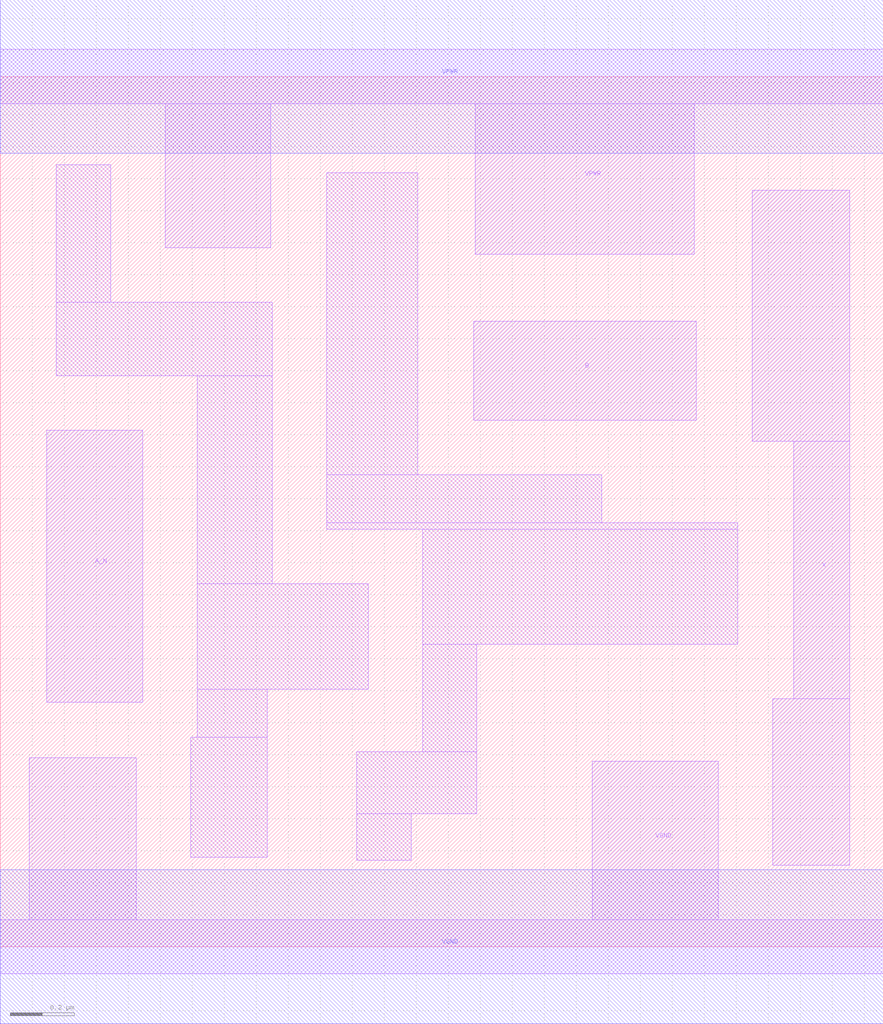
<source format=lef>
# Copyright 2020 The SkyWater PDK Authors
#
# Licensed under the Apache License, Version 2.0 (the "License");
# you may not use this file except in compliance with the License.
# You may obtain a copy of the License at
#
#     https://www.apache.org/licenses/LICENSE-2.0
#
# Unless required by applicable law or agreed to in writing, software
# distributed under the License is distributed on an "AS IS" BASIS,
# WITHOUT WARRANTIES OR CONDITIONS OF ANY KIND, either express or implied.
# See the License for the specific language governing permissions and
# limitations under the License.
#
# SPDX-License-Identifier: Apache-2.0

VERSION 5.5 ;
NAMESCASESENSITIVE ON ;
BUSBITCHARS "[]" ;
DIVIDERCHAR "/" ;
MACRO sky130_fd_sc_hd__and2b_1
  CLASS CORE ;
  SOURCE USER ;
  ORIGIN  0.000000  0.000000 ;
  SIZE  2.760000 BY  2.720000 ;
  SYMMETRY X Y R90 ;
  SITE unithd ;
  PIN A_N
    ANTENNAGATEAREA  0.126000 ;
    DIRECTION INPUT ;
    USE SIGNAL ;
    PORT
      LAYER li1 ;
        RECT 0.145000 0.765000 0.445000 1.615000 ;
    END
  END A_N
  PIN B
    ANTENNAGATEAREA  0.126000 ;
    DIRECTION INPUT ;
    USE SIGNAL ;
    PORT
      LAYER li1 ;
        RECT 1.480000 1.645000 2.175000 1.955000 ;
    END
  END B
  PIN X
    ANTENNADIFFAREA  0.429000 ;
    DIRECTION OUTPUT ;
    USE SIGNAL ;
    PORT
      LAYER li1 ;
        RECT 2.350000 1.580000 2.655000 2.365000 ;
        RECT 2.415000 0.255000 2.655000 0.775000 ;
        RECT 2.480000 0.775000 2.655000 1.580000 ;
    END
  END X
  PIN VGND
    DIRECTION INOUT ;
    SHAPE ABUTMENT ;
    USE GROUND ;
    PORT
      LAYER li1 ;
        RECT 0.000000 -0.085000 2.760000 0.085000 ;
        RECT 0.090000  0.085000 0.425000 0.590000 ;
        RECT 1.850000  0.085000 2.245000 0.580000 ;
    END
    PORT
      LAYER met1 ;
        RECT 0.000000 -0.240000 2.760000 0.240000 ;
    END
  END VGND
  PIN VPWR
    DIRECTION INOUT ;
    SHAPE ABUTMENT ;
    USE POWER ;
    PORT
      LAYER li1 ;
        RECT 0.000000 2.635000 2.760000 2.805000 ;
        RECT 0.515000 2.185000 0.845000 2.635000 ;
        RECT 1.485000 2.165000 2.170000 2.635000 ;
    END
    PORT
      LAYER met1 ;
        RECT 0.000000 2.480000 2.760000 2.960000 ;
    END
  END VPWR
  OBS
    LAYER li1 ;
      RECT 0.175000 1.785000 0.850000 2.015000 ;
      RECT 0.175000 2.015000 0.345000 2.445000 ;
      RECT 0.595000 0.280000 0.835000 0.655000 ;
      RECT 0.615000 0.655000 0.835000 0.805000 ;
      RECT 0.615000 0.805000 1.150000 1.135000 ;
      RECT 0.615000 1.135000 0.850000 1.785000 ;
      RECT 1.020000 1.305000 2.305000 1.325000 ;
      RECT 1.020000 1.325000 1.880000 1.475000 ;
      RECT 1.020000 1.475000 1.305000 2.420000 ;
      RECT 1.115000 0.270000 1.285000 0.415000 ;
      RECT 1.115000 0.415000 1.490000 0.610000 ;
      RECT 1.320000 0.610000 1.490000 0.945000 ;
      RECT 1.320000 0.945000 2.305000 1.305000 ;
  END
END sky130_fd_sc_hd__and2b_1
END LIBRARY

</source>
